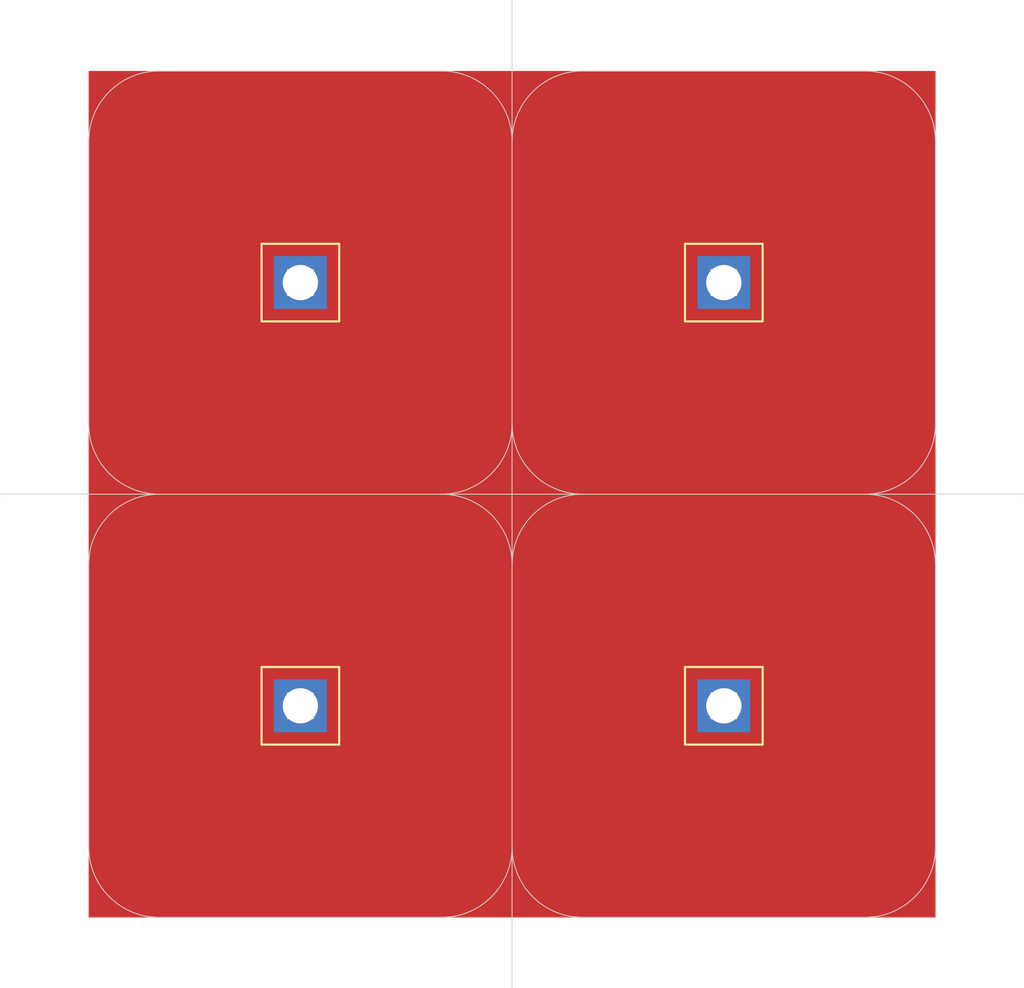
<source format=kicad_pcb>
(kicad_pcb (version 20171130) (host pcbnew 5.1.5+dfsg1-2build2)

  (general
    (thickness 1.6)
    (drawings 28)
    (tracks 0)
    (zones 0)
    (modules 8)
    (nets 2)
  )

  (page A4)
  (layers
    (0 F.Cu signal hide)
    (31 B.Cu signal)
    (32 B.Adhes user)
    (33 F.Adhes user)
    (34 B.Paste user)
    (35 F.Paste user)
    (36 B.SilkS user)
    (37 F.SilkS user)
    (38 B.Mask user)
    (39 F.Mask user)
    (40 Dwgs.User user)
    (41 Cmts.User user)
    (42 Eco1.User user)
    (43 Eco2.User user)
    (44 Edge.Cuts user)
    (45 Margin user)
    (46 B.CrtYd user)
    (47 F.CrtYd user)
    (48 B.Fab user)
    (49 F.Fab user)
  )

  (setup
    (last_trace_width 0.25)
    (trace_clearance 0.2)
    (zone_clearance 0.508)
    (zone_45_only no)
    (trace_min 0.2)
    (via_size 0.8)
    (via_drill 0.4)
    (via_min_size 0.4)
    (via_min_drill 0.3)
    (uvia_size 0.3)
    (uvia_drill 0.1)
    (uvias_allowed no)
    (uvia_min_size 0.2)
    (uvia_min_drill 0.1)
    (edge_width 0.05)
    (segment_width 0.2)
    (pcb_text_width 0.3)
    (pcb_text_size 1.5 1.5)
    (mod_edge_width 0.12)
    (mod_text_size 1 1)
    (mod_text_width 0.15)
    (pad_size 3 3)
    (pad_drill 2)
    (pad_to_mask_clearance 0.051)
    (solder_mask_min_width 0.25)
    (aux_axis_origin 165 102)
    (visible_elements FFFFFF7F)
    (pcbplotparams
      (layerselection 0x010cc_ffffffff)
      (usegerberextensions true)
      (usegerberattributes false)
      (usegerberadvancedattributes false)
      (creategerberjobfile false)
      (excludeedgelayer false)
      (linewidth 0.100000)
      (plotframeref false)
      (viasonmask false)
      (mode 1)
      (useauxorigin true)
      (hpglpennumber 1)
      (hpglpenspeed 20)
      (hpglpendiameter 15.000000)
      (psnegative false)
      (psa4output false)
      (plotreference false)
      (plotvalue false)
      (plotinvisibletext false)
      (padsonsilk false)
      (subtractmaskfromsilk true)
      (outputformat 1)
      (mirror false)
      (drillshape 0)
      (scaleselection 1)
      (outputdirectory "gerbers_panel"))
  )

  (net 0 "")
  (net 1 T)

  (net_class Default "This is the default net class."
    (clearance 0.2)
    (trace_width 0.25)
    (via_dia 0.8)
    (via_drill 0.4)
    (uvia_dia 0.3)
    (uvia_drill 0.1)
    (add_net T)
  )

  (module TestPoint:TestPoint_Pad_4.0x4.0mm (layer F.Cu) (tedit 5FF8AEAA) (tstamp 5FF8AFB9)
    (at 153 138)
    (descr "SMD rectangular pad as test Point, square 4.0mm side length")
    (tags "test point SMD pad rectangle square")
    (path /5FF8AE39)
    (attr virtual)
    (fp_text reference TP1 (at 0 -2.898) (layer F.SilkS) hide
      (effects (font (size 1 1) (thickness 0.15)))
    )
    (fp_text value TestPoint (at 0 3.1) (layer F.Fab)
      (effects (font (size 1 1) (thickness 0.15)))
    )
    (fp_text user %R (at 0 -2.9) (layer F.Fab)
      (effects (font (size 1 1) (thickness 0.15)))
    )
    (fp_line (start -2.2 -2.2) (end 2.2 -2.2) (layer F.SilkS) (width 0.12))
    (fp_line (start 2.2 -2.2) (end 2.2 2.2) (layer F.SilkS) (width 0.12))
    (fp_line (start 2.2 2.2) (end -2.2 2.2) (layer F.SilkS) (width 0.12))
    (fp_line (start -2.2 2.2) (end -2.2 -2.2) (layer F.SilkS) (width 0.12))
    (fp_line (start -2.5 -2.5) (end 2.5 -2.5) (layer F.CrtYd) (width 0.05))
    (fp_line (start -2.5 -2.5) (end -2.5 2.5) (layer F.CrtYd) (width 0.05))
    (fp_line (start 2.5 2.5) (end 2.5 -2.5) (layer F.CrtYd) (width 0.05))
    (fp_line (start 2.5 2.5) (end -2.5 2.5) (layer F.CrtYd) (width 0.05))
    (pad 1 smd rect (at 0 0) (size 24 24) (layers F.Cu))
  )

  (module TestPoint:TestPoint_THTPad_1.0x1.0mm_Drill0.5mm (layer F.Cu) (tedit 5FF8AEDA) (tstamp 5FF8AFA9)
    (at 153 138)
    (descr "THT rectangular pad as test Point, square 1.0mm side length, hole diameter 0.5mm")
    (tags "test point THT pad rectangle square")
    (path /5FF8B219)
    (attr virtual)
    (fp_text reference H1 (at 0 -1.448) (layer F.SilkS) hide
      (effects (font (size 1 1) (thickness 0.15)))
    )
    (fp_text value MountingHole_Pad (at 0 1.55) (layer F.Fab)
      (effects (font (size 1 1) (thickness 0.15)))
    )
    (fp_text user %R (at 0 -1.45) (layer F.Fab)
      (effects (font (size 1 1) (thickness 0.15)))
    )
    (fp_line (start -0.7 -0.7) (end 0.7 -0.7) (layer F.SilkS) (width 0.12))
    (fp_line (start 0.7 -0.7) (end 0.7 0.7) (layer F.SilkS) (width 0.12))
    (fp_line (start 0.7 0.7) (end -0.7 0.7) (layer F.SilkS) (width 0.12))
    (fp_line (start -0.7 0.7) (end -0.7 -0.7) (layer F.SilkS) (width 0.12))
    (fp_line (start -1 -1) (end 1 -1) (layer F.CrtYd) (width 0.05))
    (fp_line (start -1 -1) (end -1 1) (layer F.CrtYd) (width 0.05))
    (fp_line (start 1 1) (end 1 -1) (layer F.CrtYd) (width 0.05))
    (fp_line (start 1 1) (end -1 1) (layer F.CrtYd) (width 0.05))
    (pad 1 thru_hole rect (at 0 0) (size 3 3) (drill 2) (layers *.Cu *.Mask))
  )

  (module TestPoint:TestPoint_Pad_4.0x4.0mm (layer F.Cu) (tedit 5FF8AEAA) (tstamp 5FF8AFB9)
    (at 129 138)
    (descr "SMD rectangular pad as test Point, square 4.0mm side length")
    (tags "test point SMD pad rectangle square")
    (path /5FF8AE39)
    (attr virtual)
    (fp_text reference TP1 (at 0 -2.898) (layer F.SilkS) hide
      (effects (font (size 1 1) (thickness 0.15)))
    )
    (fp_text value TestPoint (at 0 3.1) (layer F.Fab)
      (effects (font (size 1 1) (thickness 0.15)))
    )
    (fp_text user %R (at 0 -2.9) (layer F.Fab)
      (effects (font (size 1 1) (thickness 0.15)))
    )
    (fp_line (start -2.2 -2.2) (end 2.2 -2.2) (layer F.SilkS) (width 0.12))
    (fp_line (start 2.2 -2.2) (end 2.2 2.2) (layer F.SilkS) (width 0.12))
    (fp_line (start 2.2 2.2) (end -2.2 2.2) (layer F.SilkS) (width 0.12))
    (fp_line (start -2.2 2.2) (end -2.2 -2.2) (layer F.SilkS) (width 0.12))
    (fp_line (start -2.5 -2.5) (end 2.5 -2.5) (layer F.CrtYd) (width 0.05))
    (fp_line (start -2.5 -2.5) (end -2.5 2.5) (layer F.CrtYd) (width 0.05))
    (fp_line (start 2.5 2.5) (end 2.5 -2.5) (layer F.CrtYd) (width 0.05))
    (fp_line (start 2.5 2.5) (end -2.5 2.5) (layer F.CrtYd) (width 0.05))
    (pad 1 smd rect (at 0 0) (size 24 24) (layers F.Cu))
  )

  (module TestPoint:TestPoint_THTPad_1.0x1.0mm_Drill0.5mm (layer F.Cu) (tedit 5FF8AEDA) (tstamp 5FF8AFA9)
    (at 129 138)
    (descr "THT rectangular pad as test Point, square 1.0mm side length, hole diameter 0.5mm")
    (tags "test point THT pad rectangle square")
    (path /5FF8B219)
    (attr virtual)
    (fp_text reference H1 (at 0 -1.448) (layer F.SilkS) hide
      (effects (font (size 1 1) (thickness 0.15)))
    )
    (fp_text value MountingHole_Pad (at 0 1.55) (layer F.Fab)
      (effects (font (size 1 1) (thickness 0.15)))
    )
    (fp_text user %R (at 0 -1.45) (layer F.Fab)
      (effects (font (size 1 1) (thickness 0.15)))
    )
    (fp_line (start -0.7 -0.7) (end 0.7 -0.7) (layer F.SilkS) (width 0.12))
    (fp_line (start 0.7 -0.7) (end 0.7 0.7) (layer F.SilkS) (width 0.12))
    (fp_line (start 0.7 0.7) (end -0.7 0.7) (layer F.SilkS) (width 0.12))
    (fp_line (start -0.7 0.7) (end -0.7 -0.7) (layer F.SilkS) (width 0.12))
    (fp_line (start -1 -1) (end 1 -1) (layer F.CrtYd) (width 0.05))
    (fp_line (start -1 -1) (end -1 1) (layer F.CrtYd) (width 0.05))
    (fp_line (start 1 1) (end 1 -1) (layer F.CrtYd) (width 0.05))
    (fp_line (start 1 1) (end -1 1) (layer F.CrtYd) (width 0.05))
    (pad 1 thru_hole rect (at 0 0) (size 3 3) (drill 2) (layers *.Cu *.Mask))
  )

  (module TestPoint:TestPoint_Pad_4.0x4.0mm (layer F.Cu) (tedit 5FF8AEAA) (tstamp 5FF8AFB9)
    (at 153 114)
    (descr "SMD rectangular pad as test Point, square 4.0mm side length")
    (tags "test point SMD pad rectangle square")
    (path /5FF8AE39)
    (attr virtual)
    (fp_text reference TP1 (at 0 -2.898) (layer F.SilkS) hide
      (effects (font (size 1 1) (thickness 0.15)))
    )
    (fp_text value TestPoint (at 0 3.1) (layer F.Fab)
      (effects (font (size 1 1) (thickness 0.15)))
    )
    (fp_text user %R (at 0 -2.9) (layer F.Fab)
      (effects (font (size 1 1) (thickness 0.15)))
    )
    (fp_line (start -2.2 -2.2) (end 2.2 -2.2) (layer F.SilkS) (width 0.12))
    (fp_line (start 2.2 -2.2) (end 2.2 2.2) (layer F.SilkS) (width 0.12))
    (fp_line (start 2.2 2.2) (end -2.2 2.2) (layer F.SilkS) (width 0.12))
    (fp_line (start -2.2 2.2) (end -2.2 -2.2) (layer F.SilkS) (width 0.12))
    (fp_line (start -2.5 -2.5) (end 2.5 -2.5) (layer F.CrtYd) (width 0.05))
    (fp_line (start -2.5 -2.5) (end -2.5 2.5) (layer F.CrtYd) (width 0.05))
    (fp_line (start 2.5 2.5) (end 2.5 -2.5) (layer F.CrtYd) (width 0.05))
    (fp_line (start 2.5 2.5) (end -2.5 2.5) (layer F.CrtYd) (width 0.05))
    (pad 1 smd rect (at 0 0) (size 24 24) (layers F.Cu))
  )

  (module TestPoint:TestPoint_THTPad_1.0x1.0mm_Drill0.5mm (layer F.Cu) (tedit 5FF8AEDA) (tstamp 5FF8AFA9)
    (at 153 114)
    (descr "THT rectangular pad as test Point, square 1.0mm side length, hole diameter 0.5mm")
    (tags "test point THT pad rectangle square")
    (path /5FF8B219)
    (attr virtual)
    (fp_text reference H1 (at 0 -1.448) (layer F.SilkS) hide
      (effects (font (size 1 1) (thickness 0.15)))
    )
    (fp_text value MountingHole_Pad (at 0 1.55) (layer F.Fab)
      (effects (font (size 1 1) (thickness 0.15)))
    )
    (fp_text user %R (at 0 -1.45) (layer F.Fab)
      (effects (font (size 1 1) (thickness 0.15)))
    )
    (fp_line (start -0.7 -0.7) (end 0.7 -0.7) (layer F.SilkS) (width 0.12))
    (fp_line (start 0.7 -0.7) (end 0.7 0.7) (layer F.SilkS) (width 0.12))
    (fp_line (start 0.7 0.7) (end -0.7 0.7) (layer F.SilkS) (width 0.12))
    (fp_line (start -0.7 0.7) (end -0.7 -0.7) (layer F.SilkS) (width 0.12))
    (fp_line (start -1 -1) (end 1 -1) (layer F.CrtYd) (width 0.05))
    (fp_line (start -1 -1) (end -1 1) (layer F.CrtYd) (width 0.05))
    (fp_line (start 1 1) (end 1 -1) (layer F.CrtYd) (width 0.05))
    (fp_line (start 1 1) (end -1 1) (layer F.CrtYd) (width 0.05))
    (pad 1 thru_hole rect (at 0 0) (size 3 3) (drill 2) (layers *.Cu *.Mask))
  )

  (module TestPoint:TestPoint_Pad_4.0x4.0mm (layer F.Cu) (tedit 5FF8AEAA) (tstamp 5FF9095A)
    (at 129 114)
    (descr "SMD rectangular pad as test Point, square 4.0mm side length")
    (tags "test point SMD pad rectangle square")
    (path /5FF8AE39)
    (attr virtual)
    (fp_text reference TP1 (at 0 -2.898) (layer F.SilkS) hide
      (effects (font (size 1 1) (thickness 0.15)))
    )
    (fp_text value TestPoint (at 0 3.1) (layer F.Fab)
      (effects (font (size 1 1) (thickness 0.15)))
    )
    (fp_line (start 2.5 2.5) (end -2.5 2.5) (layer F.CrtYd) (width 0.05))
    (fp_line (start 2.5 2.5) (end 2.5 -2.5) (layer F.CrtYd) (width 0.05))
    (fp_line (start -2.5 -2.5) (end -2.5 2.5) (layer F.CrtYd) (width 0.05))
    (fp_line (start -2.5 -2.5) (end 2.5 -2.5) (layer F.CrtYd) (width 0.05))
    (fp_line (start -2.2 2.2) (end -2.2 -2.2) (layer F.SilkS) (width 0.12))
    (fp_line (start 2.2 2.2) (end -2.2 2.2) (layer F.SilkS) (width 0.12))
    (fp_line (start 2.2 -2.2) (end 2.2 2.2) (layer F.SilkS) (width 0.12))
    (fp_line (start -2.2 -2.2) (end 2.2 -2.2) (layer F.SilkS) (width 0.12))
    (fp_text user %R (at 0 -2.9) (layer F.Fab)
      (effects (font (size 1 1) (thickness 0.15)))
    )
    (pad 1 smd rect (at 0 0) (size 24 24) (layers F.Cu)
      (net 1 T))
  )

  (module TestPoint:TestPoint_THTPad_1.0x1.0mm_Drill0.5mm (layer F.Cu) (tedit 5FF8AEDA) (tstamp 5FF9094C)
    (at 129 114)
    (descr "THT rectangular pad as test Point, square 1.0mm side length, hole diameter 0.5mm")
    (tags "test point THT pad rectangle square")
    (path /5FF8B219)
    (attr virtual)
    (fp_text reference H1 (at 0 -1.448) (layer F.SilkS) hide
      (effects (font (size 1 1) (thickness 0.15)))
    )
    (fp_text value MountingHole_Pad (at 0 1.55) (layer F.Fab)
      (effects (font (size 1 1) (thickness 0.15)))
    )
    (fp_line (start 1 1) (end -1 1) (layer F.CrtYd) (width 0.05))
    (fp_line (start 1 1) (end 1 -1) (layer F.CrtYd) (width 0.05))
    (fp_line (start -1 -1) (end -1 1) (layer F.CrtYd) (width 0.05))
    (fp_line (start -1 -1) (end 1 -1) (layer F.CrtYd) (width 0.05))
    (fp_line (start -0.7 0.7) (end -0.7 -0.7) (layer F.SilkS) (width 0.12))
    (fp_line (start 0.7 0.7) (end -0.7 0.7) (layer F.SilkS) (width 0.12))
    (fp_line (start 0.7 -0.7) (end 0.7 0.7) (layer F.SilkS) (width 0.12))
    (fp_line (start -0.7 -0.7) (end 0.7 -0.7) (layer F.SilkS) (width 0.12))
    (fp_text user %R (at 0 -1.45) (layer F.Fab)
      (effects (font (size 1 1) (thickness 0.15)))
    )
    (pad 1 thru_hole rect (at 0 0) (size 3 3) (drill 2) (layers *.Cu *.Mask)
      (net 1 T))
  )

  (gr_text VCUT (at 142 152 90) (layer Eco2.User) (tstamp 5FF8B16C)
    (effects (font (size 1 1) (thickness 0.15)))
  )
  (gr_text VCUT (at 167 125) (layer Eco2.User)
    (effects (font (size 1 1) (thickness 0.15)))
  )
  (gr_line (start 112 126) (end 170 126) (layer Edge.Cuts) (width 0.05) (tstamp 5FF8B163))
  (gr_line (start 141 98) (end 141 154) (layer Edge.Cuts) (width 0.05) (tstamp 5FF8B162))
  (gr_line (start 165 146) (end 165 130) (layer Edge.Cuts) (width 0.05) (tstamp 5FF8AFB8))
  (gr_arc (start 145 130) (end 145 126) (angle -90) (layer Edge.Cuts) (width 0.05) (tstamp 5FF8AFB6))
  (gr_line (start 145 150) (end 161 150) (layer Edge.Cuts) (width 0.05) (tstamp 5FF8AFA8))
  (gr_arc (start 145 146) (end 141 146) (angle -90) (layer Edge.Cuts) (width 0.05) (tstamp 5FF8AFA6))
  (gr_arc (start 161 130) (end 165 130) (angle -90) (layer Edge.Cuts) (width 0.05) (tstamp 5FF8AFA5))
  (gr_arc (start 161 146) (end 161 150) (angle -90) (layer Edge.Cuts) (width 0.05) (tstamp 5FF8AFA4))
  (gr_arc (start 121 130) (end 121 126) (angle -90) (layer Edge.Cuts) (width 0.05) (tstamp 5FF8AFB6))
  (gr_line (start 121 150) (end 137 150) (layer Edge.Cuts) (width 0.05) (tstamp 5FF8AFA8))
  (gr_line (start 117 130) (end 117 146) (layer Edge.Cuts) (width 0.05) (tstamp 5FF8AFA7))
  (gr_arc (start 121 146) (end 117 146) (angle -90) (layer Edge.Cuts) (width 0.05) (tstamp 5FF8AFA6))
  (gr_arc (start 137 130) (end 141 130) (angle -90) (layer Edge.Cuts) (width 0.05) (tstamp 5FF8AFA5))
  (gr_arc (start 137 146) (end 137 150) (angle -90) (layer Edge.Cuts) (width 0.05) (tstamp 5FF8AFA4))
  (gr_line (start 165 122) (end 165 106) (layer Edge.Cuts) (width 0.05) (tstamp 5FF8AFB8))
  (gr_line (start 161 102) (end 145 102) (layer Edge.Cuts) (width 0.05) (tstamp 5FF8AFB7))
  (gr_arc (start 145 106) (end 145 102) (angle -90) (layer Edge.Cuts) (width 0.05) (tstamp 5FF8AFB6))
  (gr_arc (start 145 122) (end 141 122) (angle -90) (layer Edge.Cuts) (width 0.05) (tstamp 5FF8AFA6))
  (gr_arc (start 161 106) (end 165 106) (angle -90) (layer Edge.Cuts) (width 0.05) (tstamp 5FF8AFA5))
  (gr_arc (start 161 122) (end 161 126) (angle -90) (layer Edge.Cuts) (width 0.05) (tstamp 5FF8AFA4))
  (gr_arc (start 137 106) (end 141 106) (angle -90) (layer Edge.Cuts) (width 0.05))
  (gr_arc (start 137 122) (end 137 126) (angle -90) (layer Edge.Cuts) (width 0.05))
  (gr_arc (start 121 122) (end 117 122) (angle -90) (layer Edge.Cuts) (width 0.05))
  (gr_arc (start 121 106) (end 121 102) (angle -90) (layer Edge.Cuts) (width 0.05))
  (gr_line (start 137 102) (end 121 102) (layer Edge.Cuts) (width 0.05) (tstamp 5FF90975))
  (gr_line (start 117 106) (end 117 122) (layer Edge.Cuts) (width 0.05))

)

</source>
